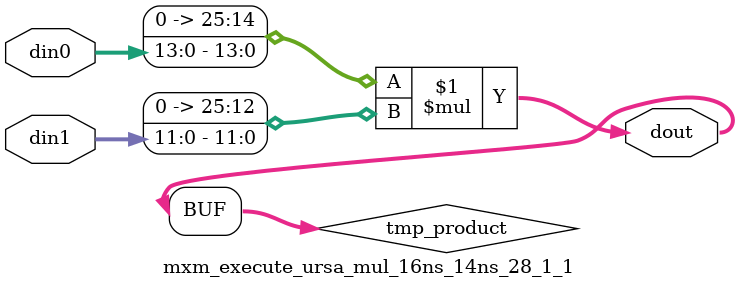
<source format=v>

`timescale 1 ns / 1 ps

  module mxm_execute_ursa_mul_16ns_14ns_28_1_1(din0, din1, dout);
parameter ID = 1;
parameter NUM_STAGE = 0;
parameter din0_WIDTH = 14;
parameter din1_WIDTH = 12;
parameter dout_WIDTH = 26;

input [din0_WIDTH - 1 : 0] din0; 
input [din1_WIDTH - 1 : 0] din1; 
output [dout_WIDTH - 1 : 0] dout;

wire signed [dout_WIDTH - 1 : 0] tmp_product;










assign tmp_product = $signed({1'b0, din0}) * $signed({1'b0, din1});











assign dout = tmp_product;







endmodule

</source>
